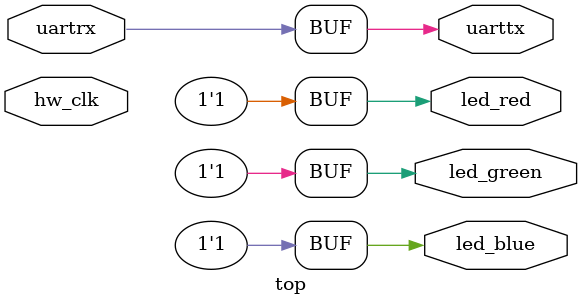
<source format=v>
`include "uart_trx.v"

module top (
  output wire led_red,    // Red LED
  output wire led_blue,   // Blue LED
  output wire led_green,  // Green LED
  output wire uarttx,     // UART Transmission pin
  input wire uartrx,      // UART Reception pin
  input wire hw_clk       // Hardware clock
);

  wire int_osc;
  reg [27:0] frequency_counter_i;

  // Internal Oscillator
  SB_HFOSC #(.CLKHF_DIV("0b10")) u_SB_HFOSC (
    .CLKHFPU(1'b1), 
    .CLKHFEN(1'b1), 
    .CLKHF(int_osc)
  );

  assign uarttx = uartrx;

  // Counter
  always @(posedge int_osc) begin
    frequency_counter_i <= frequency_counter_i + 1'b1;
  end

  // Assigning LED outputs directly to be always ON
  assign led_red = 1'b1;   // Turn ON Red
  assign led_green = 1'b1; // Turn ON Green
  assign led_blue = 1'b1;  // Turn ON Blue

  // Instantiate RGB LED Driver
  SB_RGBA_DRV RGB_DRIVER (
    .RGBLEDEN(1'b1),
    .RGB0PWM (1'b1),  // Green always ON
    .RGB1PWM (1'b1),  // Blue always ON
    .RGB2PWM (1'b1),  // Red always ON
    .CURREN  (1'b1),
    .RGB0    (led_green), 
    .RGB1    (led_blue),
    .RGB2    (led_red)
  );
  
  defparam RGB_DRIVER.RGB0_CURRENT = "0b000001";
  defparam RGB_DRIVER.RGB1_CURRENT = "0b000001";
  defparam RGB_DRIVER.RGB2_CURRENT = "0b000001";

endmodule

</source>
